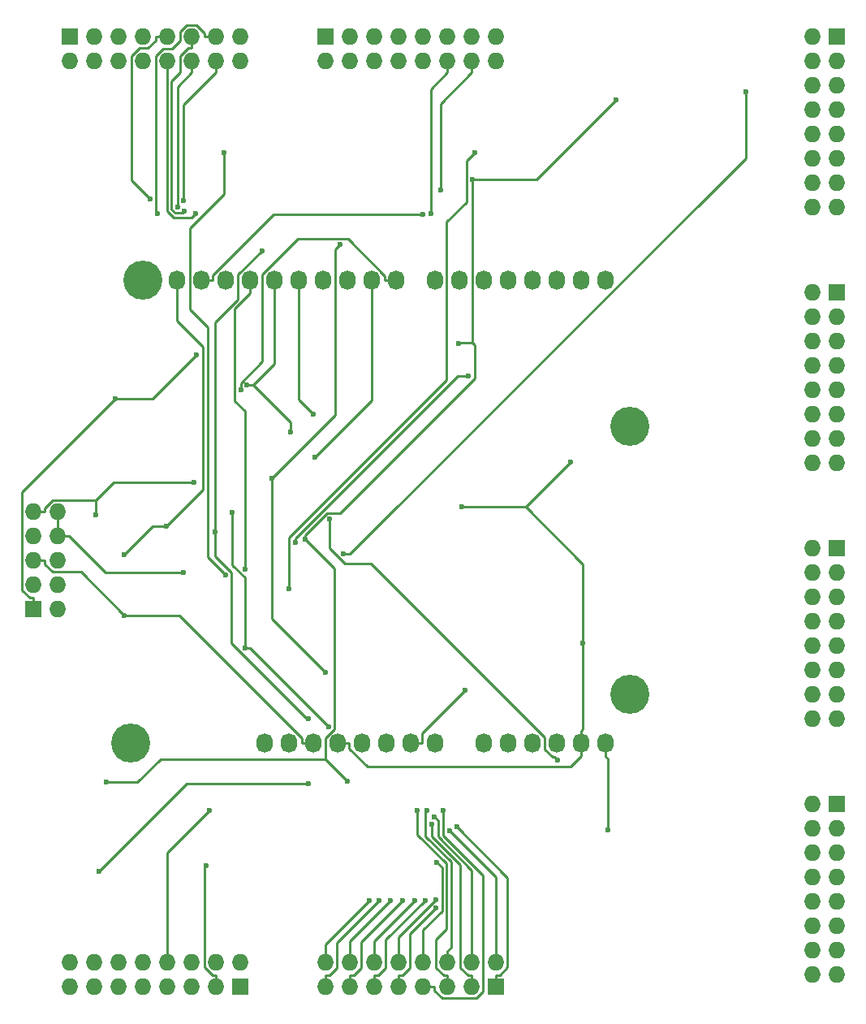
<source format=gbr>
G04 #@! TF.FileFunction,Copper,L2,Bot,Signal*
%FSLAX46Y46*%
G04 Gerber Fmt 4.6, Leading zero omitted, Abs format (unit mm)*
G04 Created by KiCad (PCBNEW 4.0.1-stable) date 2016-04-19 17:05:27*
%MOMM*%
G01*
G04 APERTURE LIST*
%ADD10C,0.100000*%
%ADD11O,1.727200X2.032000*%
%ADD12C,4.064000*%
%ADD13R,1.727200X1.727200*%
%ADD14O,1.727200X1.727200*%
%ADD15C,0.600000*%
%ADD16C,0.250000*%
G04 APERTURE END LIST*
D10*
D11*
X56388000Y-117475000D03*
X58928000Y-117475000D03*
X61468000Y-117475000D03*
X64008000Y-117475000D03*
X66548000Y-117475000D03*
X69088000Y-117475000D03*
X71628000Y-117475000D03*
X74168000Y-117475000D03*
X79248000Y-117475000D03*
X81788000Y-117475000D03*
X84328000Y-117475000D03*
X86868000Y-117475000D03*
X89408000Y-117475000D03*
X91948000Y-117475000D03*
X47244000Y-69215000D03*
X49784000Y-69215000D03*
X52324000Y-69215000D03*
X54864000Y-69215000D03*
X57404000Y-69215000D03*
X59944000Y-69215000D03*
X62484000Y-69215000D03*
X65024000Y-69215000D03*
X67564000Y-69215000D03*
X70104000Y-69215000D03*
X74168000Y-69215000D03*
X76708000Y-69215000D03*
X79248000Y-69215000D03*
X81788000Y-69215000D03*
X84328000Y-69215000D03*
X86868000Y-69215000D03*
X89408000Y-69215000D03*
X91948000Y-69215000D03*
D12*
X42418000Y-117475000D03*
X94488000Y-112395000D03*
X43688000Y-69215000D03*
X94488000Y-84455000D03*
D13*
X36068000Y-43815000D03*
D14*
X36068000Y-46355000D03*
X38608000Y-43815000D03*
X38608000Y-46355000D03*
X41148000Y-43815000D03*
X41148000Y-46355000D03*
X43688000Y-43815000D03*
X43688000Y-46355000D03*
X46228000Y-43815000D03*
X46228000Y-46355000D03*
X48768000Y-43815000D03*
X48768000Y-46355000D03*
X51308000Y-43815000D03*
X51308000Y-46355000D03*
X53848000Y-43815000D03*
X53848000Y-46355000D03*
D13*
X62738000Y-43815000D03*
D14*
X62738000Y-46355000D03*
X65278000Y-43815000D03*
X65278000Y-46355000D03*
X67818000Y-43815000D03*
X67818000Y-46355000D03*
X70358000Y-43815000D03*
X70358000Y-46355000D03*
X72898000Y-43815000D03*
X72898000Y-46355000D03*
X75438000Y-43815000D03*
X75438000Y-46355000D03*
X77978000Y-43815000D03*
X77978000Y-46355000D03*
X80518000Y-43815000D03*
X80518000Y-46355000D03*
D13*
X53848000Y-142875000D03*
D14*
X53848000Y-140335000D03*
X51308000Y-142875000D03*
X51308000Y-140335000D03*
X48768000Y-142875000D03*
X48768000Y-140335000D03*
X46228000Y-142875000D03*
X46228000Y-140335000D03*
X43688000Y-142875000D03*
X43688000Y-140335000D03*
X41148000Y-142875000D03*
X41148000Y-140335000D03*
X38608000Y-142875000D03*
X38608000Y-140335000D03*
X36068000Y-142875000D03*
X36068000Y-140335000D03*
D13*
X80518000Y-142875000D03*
D14*
X80518000Y-140335000D03*
X77978000Y-142875000D03*
X77978000Y-140335000D03*
X75438000Y-142875000D03*
X75438000Y-140335000D03*
X72898000Y-142875000D03*
X72898000Y-140335000D03*
X70358000Y-142875000D03*
X70358000Y-140335000D03*
X67818000Y-142875000D03*
X67818000Y-140335000D03*
X65278000Y-142875000D03*
X65278000Y-140335000D03*
X62738000Y-142875000D03*
X62738000Y-140335000D03*
D13*
X32258000Y-103505000D03*
D14*
X34798000Y-103505000D03*
X32258000Y-100965000D03*
X34798000Y-100965000D03*
X32258000Y-98425000D03*
X34798000Y-98425000D03*
X32258000Y-95885000D03*
X34798000Y-95885000D03*
X32258000Y-93345000D03*
X34798000Y-93345000D03*
D13*
X116078000Y-43815000D03*
D14*
X113538000Y-43815000D03*
X116078000Y-46355000D03*
X113538000Y-46355000D03*
X116078000Y-48895000D03*
X113538000Y-48895000D03*
X116078000Y-51435000D03*
X113538000Y-51435000D03*
X116078000Y-53975000D03*
X113538000Y-53975000D03*
X116078000Y-56515000D03*
X113538000Y-56515000D03*
X116078000Y-59055000D03*
X113538000Y-59055000D03*
X116078000Y-61595000D03*
X113538000Y-61595000D03*
D13*
X116078000Y-70485000D03*
D14*
X113538000Y-70485000D03*
X116078000Y-73025000D03*
X113538000Y-73025000D03*
X116078000Y-75565000D03*
X113538000Y-75565000D03*
X116078000Y-78105000D03*
X113538000Y-78105000D03*
X116078000Y-80645000D03*
X113538000Y-80645000D03*
X116078000Y-83185000D03*
X113538000Y-83185000D03*
X116078000Y-85725000D03*
X113538000Y-85725000D03*
X116078000Y-88265000D03*
X113538000Y-88265000D03*
D13*
X116078000Y-97155000D03*
D14*
X113538000Y-97155000D03*
X116078000Y-99695000D03*
X113538000Y-99695000D03*
X116078000Y-102235000D03*
X113538000Y-102235000D03*
X116078000Y-104775000D03*
X113538000Y-104775000D03*
X116078000Y-107315000D03*
X113538000Y-107315000D03*
X116078000Y-109855000D03*
X113538000Y-109855000D03*
X116078000Y-112395000D03*
X113538000Y-112395000D03*
X116078000Y-114935000D03*
X113538000Y-114935000D03*
D13*
X116078000Y-123825000D03*
D14*
X113538000Y-123825000D03*
X116078000Y-126365000D03*
X113538000Y-126365000D03*
X116078000Y-128905000D03*
X113538000Y-128905000D03*
X116078000Y-131445000D03*
X113538000Y-131445000D03*
X116078000Y-133985000D03*
X113538000Y-133985000D03*
X116078000Y-136525000D03*
X113538000Y-136525000D03*
X116078000Y-139065000D03*
X113538000Y-139065000D03*
X116078000Y-141605000D03*
X113538000Y-141605000D03*
D15*
X41752700Y-104140000D03*
X54339100Y-99307000D03*
X77323600Y-111935500D03*
X47937700Y-99695000D03*
X61635100Y-87630000D03*
X53884200Y-80583200D03*
X54545800Y-80112900D03*
X59075700Y-85047600D03*
X61458300Y-83133200D03*
X49046200Y-90238100D03*
X38782000Y-93683600D03*
X40827900Y-81524600D03*
X49275700Y-76977600D03*
X92220800Y-126490100D03*
X46104000Y-94822100D03*
X76938400Y-92802400D03*
X41761100Y-97790000D03*
X89580400Y-107049900D03*
X88272500Y-88127100D03*
X72888400Y-62357700D03*
X44410100Y-60677400D03*
X49191600Y-62237200D03*
X47963800Y-62010200D03*
X47299800Y-61542100D03*
X45176400Y-62243900D03*
X47925200Y-60916700D03*
X73728400Y-62247900D03*
X74750300Y-59766000D03*
X50272300Y-130215700D03*
X50653800Y-124448200D03*
X57168500Y-89798700D03*
X62763900Y-110099600D03*
X64234100Y-65489200D03*
X60913800Y-114889700D03*
X51241200Y-95400400D03*
X56089800Y-66114600D03*
X60907500Y-121651500D03*
X39069600Y-130818600D03*
X60615900Y-96202600D03*
X65054500Y-121423000D03*
X93046200Y-50392600D03*
X39845100Y-121502400D03*
X76631800Y-75750200D03*
X78087400Y-58720200D03*
X53003100Y-93354600D03*
X54331700Y-107497100D03*
X63046500Y-115715900D03*
X86961600Y-119248400D03*
X63114300Y-94109900D03*
X77660000Y-79196300D03*
X59585100Y-96520000D03*
X106553000Y-49551200D03*
X64583800Y-97711100D03*
X78322900Y-55870300D03*
X58926200Y-101353200D03*
X52147800Y-55885100D03*
X52318600Y-99948500D03*
X76414300Y-126183400D03*
X75658700Y-126559700D03*
X73797600Y-125934400D03*
X74107800Y-125120900D03*
X72333900Y-124452700D03*
X73323400Y-124469900D03*
X74987100Y-124444400D03*
X74340600Y-129863400D03*
X74277000Y-134610100D03*
X74227600Y-133772300D03*
X73102600Y-133840600D03*
X72080600Y-133842700D03*
X70807600Y-133845700D03*
X69540300Y-133843000D03*
X68283600Y-133880800D03*
X67290100Y-133840400D03*
D16*
X32258000Y-98425000D02*
X33446900Y-98425000D01*
X37226600Y-99613900D02*
X41752700Y-104140000D01*
X34264200Y-99613900D02*
X37226600Y-99613900D01*
X33446900Y-98796600D02*
X34264200Y-99613900D01*
X33446900Y-98425000D02*
X33446900Y-98796600D01*
X47464200Y-104140000D02*
X41752700Y-104140000D01*
X60279100Y-116954900D02*
X47464200Y-104140000D01*
X60279100Y-117475000D02*
X60279100Y-116954900D01*
X61468000Y-117475000D02*
X60279100Y-117475000D01*
X54864000Y-69215000D02*
X54864000Y-70556300D01*
X71628000Y-117475000D02*
X72816900Y-117475000D01*
X34798000Y-93345000D02*
X34798000Y-95885000D01*
X34798000Y-95885000D02*
X35986900Y-95885000D01*
X72816900Y-116442200D02*
X77323600Y-111935500D01*
X72816900Y-117475000D02*
X72816900Y-116442200D01*
X39796900Y-99695000D02*
X47937700Y-99695000D01*
X35986900Y-95885000D02*
X39796900Y-99695000D01*
X54339100Y-82844400D02*
X54339100Y-99307000D01*
X53258900Y-81764200D02*
X54339100Y-82844400D01*
X53258900Y-72161400D02*
X53258900Y-81764200D01*
X54864000Y-70556300D02*
X53258900Y-72161400D01*
X67564000Y-81701100D02*
X61635100Y-87630000D01*
X67564000Y-69215000D02*
X67564000Y-81701100D01*
X70104000Y-69215000D02*
X68915100Y-69215000D01*
X53884200Y-79890200D02*
X53884200Y-80583200D01*
X56134000Y-77640400D02*
X53884200Y-79890200D01*
X56134000Y-68595100D02*
X56134000Y-77640400D01*
X59865300Y-64863800D02*
X56134000Y-68595100D01*
X65056200Y-64863800D02*
X59865300Y-64863800D01*
X68915100Y-68722700D02*
X65056200Y-64863800D01*
X68915100Y-69215000D02*
X68915100Y-68722700D01*
X57404000Y-69215000D02*
X57404000Y-70556300D01*
X59075700Y-83993200D02*
X59075700Y-85047600D01*
X55195400Y-80112900D02*
X59075700Y-83993200D01*
X57404000Y-77904300D02*
X55195400Y-80112900D01*
X57404000Y-70556300D02*
X57404000Y-77904300D01*
X55195400Y-80112900D02*
X54545800Y-80112900D01*
X59944000Y-69215000D02*
X59944000Y-70556300D01*
X32258000Y-93345000D02*
X33446900Y-93345000D01*
X59944000Y-81618900D02*
X61458300Y-83133200D01*
X59944000Y-70556300D02*
X59944000Y-81618900D01*
X33446900Y-92973500D02*
X33446900Y-93345000D01*
X34301700Y-92118700D02*
X33446900Y-92973500D01*
X38782000Y-92118700D02*
X34301700Y-92118700D01*
X40662600Y-90238100D02*
X38782000Y-92118700D01*
X49046200Y-90238100D02*
X40662600Y-90238100D01*
X38782000Y-92118700D02*
X38782000Y-93683600D01*
X32258000Y-103505000D02*
X32258000Y-102316100D01*
X31051400Y-91301100D02*
X40827900Y-81524600D01*
X31051400Y-101481000D02*
X31051400Y-91301100D01*
X31886500Y-102316100D02*
X31051400Y-101481000D01*
X32258000Y-102316100D02*
X31886500Y-102316100D01*
X44728700Y-81524600D02*
X49275700Y-76977600D01*
X40827900Y-81524600D02*
X44728700Y-81524600D01*
X92220800Y-119089100D02*
X92220800Y-126490100D01*
X91948000Y-118816300D02*
X92220800Y-119089100D01*
X91948000Y-117475000D02*
X91948000Y-118816300D01*
X89580400Y-115961300D02*
X89408000Y-116133700D01*
X89580400Y-107049900D02*
X89580400Y-115961300D01*
X89408000Y-117475000D02*
X89408000Y-116133700D01*
X64008000Y-117475000D02*
X65196900Y-117475000D01*
X89408000Y-117475000D02*
X89408000Y-118816300D01*
X83597200Y-92802400D02*
X88272500Y-88127100D01*
X76938400Y-92802400D02*
X83597200Y-92802400D01*
X89580400Y-98785600D02*
X89580400Y-107049900D01*
X83597200Y-92802400D02*
X89580400Y-98785600D01*
X49784000Y-69215000D02*
X50972900Y-69215000D01*
X57310100Y-62357700D02*
X72888400Y-62357700D01*
X50972900Y-68694900D02*
X57310100Y-62357700D01*
X50972900Y-69215000D02*
X50972900Y-68694900D01*
X65196900Y-117995100D02*
X65196900Y-117475000D01*
X67108500Y-119906700D02*
X65196900Y-117995100D01*
X88317600Y-119906700D02*
X67108500Y-119906700D01*
X89408000Y-118816300D02*
X88317600Y-119906700D01*
X49937900Y-90988200D02*
X46104000Y-94822100D01*
X49937900Y-76143400D02*
X49937900Y-90988200D01*
X47244000Y-73449500D02*
X49937900Y-76143400D01*
X47244000Y-69215000D02*
X47244000Y-73449500D01*
X44729000Y-94822100D02*
X41761100Y-97790000D01*
X46104000Y-94822100D02*
X44729000Y-94822100D01*
X42499000Y-58766300D02*
X44410100Y-60677400D01*
X42499000Y-45806000D02*
X42499000Y-58766300D01*
X43301100Y-45003900D02*
X42499000Y-45806000D01*
X44221800Y-45003900D02*
X43301100Y-45003900D01*
X45039100Y-44186600D02*
X44221800Y-45003900D01*
X45039100Y-43815000D02*
X45039100Y-44186600D01*
X46228000Y-43815000D02*
X45039100Y-43815000D01*
X46228000Y-46355000D02*
X46228000Y-47543900D01*
X48793300Y-62635500D02*
X49191600Y-62237200D01*
X46872000Y-62635500D02*
X48793300Y-62635500D01*
X46177700Y-61941200D02*
X46872000Y-62635500D01*
X46177700Y-47594200D02*
X46177700Y-61941200D01*
X46228000Y-47543900D02*
X46177700Y-47594200D01*
X48768000Y-43815000D02*
X48768000Y-45003900D01*
X47806600Y-62167400D02*
X47963800Y-62010200D01*
X47040800Y-62167400D02*
X47806600Y-62167400D01*
X46663900Y-61790500D02*
X47040800Y-62167400D01*
X46663900Y-48444100D02*
X46663900Y-61790500D01*
X47579100Y-47528900D02*
X46663900Y-48444100D01*
X47579100Y-45821200D02*
X47579100Y-47528900D01*
X48396400Y-45003900D02*
X47579100Y-45821200D01*
X48768000Y-45003900D02*
X48396400Y-45003900D01*
X48768000Y-46355000D02*
X48768000Y-47543900D01*
X47299800Y-49012100D02*
X47299800Y-61542100D01*
X48768000Y-47543900D02*
X47299800Y-49012100D01*
X51308000Y-43815000D02*
X50119100Y-43815000D01*
X50119100Y-43443400D02*
X50119100Y-43815000D01*
X49301800Y-42626100D02*
X50119100Y-43443400D01*
X48222400Y-42626100D02*
X49301800Y-42626100D01*
X47579000Y-43269500D02*
X48222400Y-42626100D01*
X47579000Y-44210100D02*
X47579000Y-43269500D01*
X46704100Y-45085000D02*
X47579000Y-44210100D01*
X45804200Y-45085000D02*
X46704100Y-45085000D01*
X45039000Y-45850200D02*
X45804200Y-45085000D01*
X45039000Y-62106500D02*
X45039000Y-45850200D01*
X45176400Y-62243900D02*
X45039000Y-62106500D01*
X51308000Y-46355000D02*
X51308000Y-47543900D01*
X47925200Y-50926700D02*
X47925200Y-60916700D01*
X51308000Y-47543900D02*
X47925200Y-50926700D01*
X73728400Y-49253500D02*
X73728400Y-62247900D01*
X75438000Y-47543900D02*
X73728400Y-49253500D01*
X75438000Y-46355000D02*
X75438000Y-47543900D01*
X74750300Y-50771600D02*
X77978000Y-47543900D01*
X74750300Y-59766000D02*
X74750300Y-50771600D01*
X77978000Y-46355000D02*
X77978000Y-47543900D01*
X50096600Y-130391400D02*
X50272300Y-130215700D01*
X50096600Y-140846200D02*
X50096600Y-130391400D01*
X50936500Y-141686100D02*
X50096600Y-140846200D01*
X51308000Y-141686100D02*
X50936500Y-141686100D01*
X51308000Y-142875000D02*
X51308000Y-141686100D01*
X46228000Y-140335000D02*
X46228000Y-139146100D01*
X46228000Y-128874000D02*
X50653800Y-124448200D01*
X46228000Y-139146100D02*
X46228000Y-128874000D01*
X63753900Y-83213300D02*
X57168500Y-89798700D01*
X63753900Y-65969400D02*
X63753900Y-83213300D01*
X64234100Y-65489200D02*
X63753900Y-65969400D01*
X57168500Y-104504200D02*
X62763900Y-110099600D01*
X57168500Y-89798700D02*
X57168500Y-104504200D01*
X53594000Y-68610400D02*
X56089800Y-66114600D01*
X53594000Y-71189400D02*
X53594000Y-68610400D01*
X51241200Y-73542200D02*
X53594000Y-71189400D01*
X51241200Y-95400400D02*
X51241200Y-73542200D01*
X51241200Y-97986700D02*
X51241200Y-95400400D01*
X52943900Y-99689400D02*
X51241200Y-97986700D01*
X52943900Y-107017400D02*
X52943900Y-99689400D01*
X60816200Y-114889700D02*
X52943900Y-107017400D01*
X60913800Y-114889700D02*
X60816200Y-114889700D01*
X48236700Y-121651500D02*
X60907500Y-121651500D01*
X39069600Y-130818600D02*
X48236700Y-121651500D01*
X78298700Y-75978200D02*
X78024200Y-75703700D01*
X78298700Y-79447300D02*
X78298700Y-75978200D01*
X64261400Y-93484600D02*
X78298700Y-79447300D01*
X62855300Y-93484600D02*
X64261400Y-93484600D01*
X60615900Y-95724000D02*
X62855300Y-93484600D01*
X60615900Y-96202600D02*
X60615900Y-95724000D01*
X76678300Y-75703700D02*
X76631800Y-75750200D01*
X78024200Y-75703700D02*
X76678300Y-75703700D01*
X78024200Y-58783400D02*
X78087400Y-58720200D01*
X78024200Y-75703700D02*
X78024200Y-58783400D01*
X84718600Y-58720200D02*
X93046200Y-50392600D01*
X78087400Y-58720200D02*
X84718600Y-58720200D01*
X62738000Y-116908900D02*
X62738000Y-119106500D01*
X63676800Y-115970100D02*
X62738000Y-116908900D01*
X63676800Y-99263500D02*
X63676800Y-115970100D01*
X60615900Y-96202600D02*
X63676800Y-99263500D01*
X62738000Y-119106500D02*
X65054500Y-121423000D01*
X43102200Y-121502400D02*
X39845100Y-121502400D01*
X45498100Y-119106500D02*
X43102200Y-121502400D01*
X62738000Y-119106500D02*
X45498100Y-119106500D01*
X53003100Y-98855400D02*
X53003100Y-93354600D01*
X54331700Y-100184000D02*
X53003100Y-98855400D01*
X54331700Y-107497100D02*
X54331700Y-100184000D01*
X54827700Y-107497100D02*
X54331700Y-107497100D01*
X63046500Y-115715900D02*
X54827700Y-107497100D01*
X86626500Y-118913300D02*
X86961600Y-119248400D01*
X86626500Y-118913200D02*
X86626500Y-118913300D01*
X86426500Y-118913200D02*
X86626500Y-118913200D01*
X85598000Y-118084700D02*
X86426500Y-118913200D01*
X85598000Y-116870800D02*
X85598000Y-118084700D01*
X67487300Y-98760100D02*
X85598000Y-116870800D01*
X64748500Y-98760100D02*
X67487300Y-98760100D01*
X63114300Y-97125900D02*
X64748500Y-98760100D01*
X63114300Y-94109900D02*
X63114300Y-97125900D01*
X59585100Y-96117900D02*
X59585100Y-96520000D01*
X76506700Y-79196300D02*
X59585100Y-96117900D01*
X77660000Y-79196300D02*
X76506700Y-79196300D01*
X106553000Y-56456500D02*
X106553000Y-49551200D01*
X65298400Y-97711100D02*
X106553000Y-56456500D01*
X64583800Y-97711100D02*
X65298400Y-97711100D01*
X77446400Y-56746800D02*
X78322900Y-55870300D01*
X77446400Y-61031800D02*
X77446400Y-56746800D01*
X75372100Y-63106100D02*
X77446400Y-61031800D01*
X75372100Y-79591100D02*
X75372100Y-63106100D01*
X58926200Y-96037000D02*
X75372100Y-79591100D01*
X58926200Y-101353200D02*
X58926200Y-96037000D01*
X52147800Y-60217200D02*
X52147800Y-55885100D01*
X48565500Y-63799500D02*
X52147800Y-60217200D01*
X48565500Y-72245900D02*
X48565500Y-63799500D01*
X50424700Y-74105100D02*
X48565500Y-72245900D01*
X50424700Y-98054600D02*
X50424700Y-74105100D01*
X52318600Y-99948500D02*
X50424700Y-98054600D01*
X80518000Y-142875000D02*
X80518000Y-141686100D01*
X81728700Y-131497800D02*
X76414300Y-126183400D01*
X81728700Y-140846900D02*
X81728700Y-131497800D01*
X80889500Y-141686100D02*
X81728700Y-140846900D01*
X80518000Y-141686100D02*
X80889500Y-141686100D01*
X80518000Y-140335000D02*
X80518000Y-139146100D01*
X80517900Y-131418900D02*
X75658700Y-126559700D01*
X80517900Y-139146100D02*
X80517900Y-131418900D01*
X80518000Y-139146100D02*
X80517900Y-139146100D01*
X77978000Y-142875000D02*
X77978000Y-141686100D01*
X77606400Y-141686100D02*
X77978000Y-141686100D01*
X76789100Y-140868800D02*
X77606400Y-141686100D01*
X76789100Y-130153600D02*
X76789100Y-140868800D01*
X73797600Y-127162100D02*
X76789100Y-130153600D01*
X73797600Y-125934400D02*
X73797600Y-127162100D01*
X74464400Y-125477500D02*
X74107800Y-125120900D01*
X74464400Y-127192000D02*
X74464400Y-125477500D01*
X77978000Y-130705600D02*
X74464400Y-127192000D01*
X77978000Y-140335000D02*
X77978000Y-130705600D01*
X75438000Y-142875000D02*
X75438000Y-141686100D01*
X75066400Y-141686100D02*
X75438000Y-141686100D01*
X74249100Y-140868800D02*
X75066400Y-141686100D01*
X74249100Y-137909300D02*
X74249100Y-140868800D01*
X75357900Y-136800500D02*
X74249100Y-137909300D01*
X75357900Y-129996200D02*
X75357900Y-136800500D01*
X72333900Y-126972200D02*
X75357900Y-129996200D01*
X72333900Y-124452700D02*
X72333900Y-126972200D01*
X75438000Y-140335000D02*
X75438000Y-139146100D01*
X75808200Y-138775900D02*
X75438000Y-139146100D01*
X75808200Y-129809600D02*
X75808200Y-138775900D01*
X73172300Y-127173700D02*
X75808200Y-129809600D01*
X73172300Y-124621000D02*
X73172300Y-127173700D01*
X73323400Y-124469900D02*
X73172300Y-124621000D01*
X72898000Y-142875000D02*
X74086900Y-142875000D01*
X74987100Y-127077800D02*
X74987100Y-124444400D01*
X79167000Y-131257700D02*
X74987100Y-127077800D01*
X79167000Y-143373600D02*
X79167000Y-131257700D01*
X78476700Y-144063900D02*
X79167000Y-143373600D01*
X74904200Y-144063900D02*
X78476700Y-144063900D01*
X74086900Y-143246600D02*
X74904200Y-144063900D01*
X74086900Y-142875000D02*
X74086900Y-143246600D01*
X72898000Y-136932900D02*
X72898000Y-140335000D01*
X74905000Y-134925900D02*
X72898000Y-136932900D01*
X74905000Y-130427800D02*
X74905000Y-134925900D01*
X74340600Y-129863400D02*
X74905000Y-130427800D01*
X70358000Y-142875000D02*
X70358000Y-141686100D01*
X71546900Y-137340200D02*
X74277000Y-134610100D01*
X71546900Y-140868800D02*
X71546900Y-137340200D01*
X70729600Y-141686100D02*
X71546900Y-140868800D01*
X70358000Y-141686100D02*
X70729600Y-141686100D01*
X70358000Y-137641900D02*
X74227600Y-133772300D01*
X70358000Y-140335000D02*
X70358000Y-137641900D01*
X67818000Y-142875000D02*
X67818000Y-141686100D01*
X69006900Y-137936300D02*
X73102600Y-133840600D01*
X69006900Y-140868800D02*
X69006900Y-137936300D01*
X68189600Y-141686100D02*
X69006900Y-140868800D01*
X67818000Y-141686100D02*
X68189600Y-141686100D01*
X67818000Y-138105300D02*
X72080600Y-133842700D01*
X67818000Y-140335000D02*
X67818000Y-138105300D01*
X65278000Y-142875000D02*
X65278000Y-141686100D01*
X66466900Y-138186400D02*
X70807600Y-133845700D01*
X66466900Y-140868800D02*
X66466900Y-138186400D01*
X65649600Y-141686100D02*
X66466900Y-140868800D01*
X65278000Y-141686100D02*
X65649600Y-141686100D01*
X65278000Y-138105300D02*
X69540300Y-133843000D01*
X65278000Y-140335000D02*
X65278000Y-138105300D01*
X62738000Y-142875000D02*
X62738000Y-141686100D01*
X63926900Y-138237500D02*
X68283600Y-133880800D01*
X63926900Y-140868800D02*
X63926900Y-138237500D01*
X63109600Y-141686100D02*
X63926900Y-140868800D01*
X62738000Y-141686100D02*
X63109600Y-141686100D01*
X62738000Y-138392500D02*
X67290100Y-133840400D01*
X62738000Y-140335000D02*
X62738000Y-138392500D01*
M02*

</source>
